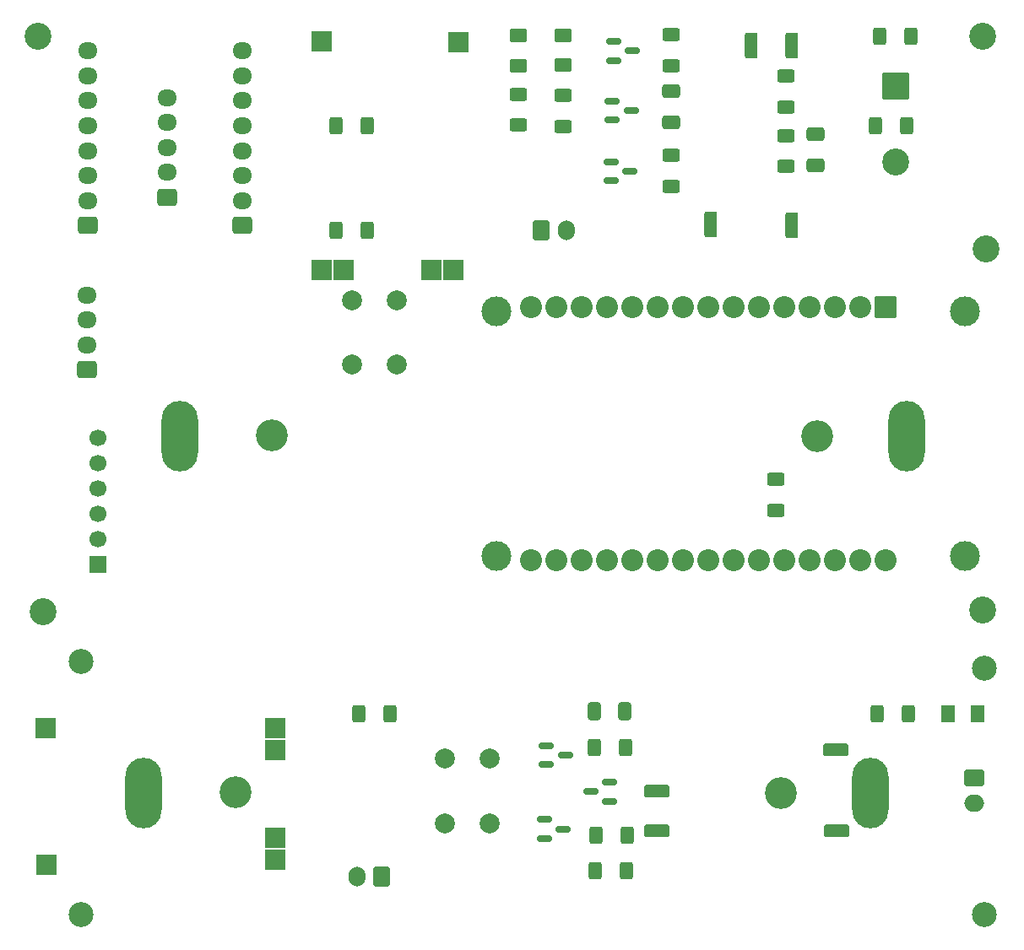
<source format=gbr>
%TF.GenerationSoftware,KiCad,Pcbnew,9.0.7*%
%TF.CreationDate,2026-02-15T13:03:06+01:00*%
%TF.ProjectId,handheldAerosolSensor,68616e64-6865-46c6-9441-65726f736f6c,Rev. 1.0*%
%TF.SameCoordinates,Original*%
%TF.FileFunction,Soldermask,Top*%
%TF.FilePolarity,Negative*%
%FSLAX46Y46*%
G04 Gerber Fmt 4.6, Leading zero omitted, Abs format (unit mm)*
G04 Created by KiCad (PCBNEW 9.0.7) date 2026-02-15 13:03:06*
%MOMM*%
%LPD*%
G01*
G04 APERTURE LIST*
G04 Aperture macros list*
%AMRoundRect*
0 Rectangle with rounded corners*
0 $1 Rounding radius*
0 $2 $3 $4 $5 $6 $7 $8 $9 X,Y pos of 4 corners*
0 Add a 4 corners polygon primitive as box body*
4,1,4,$2,$3,$4,$5,$6,$7,$8,$9,$2,$3,0*
0 Add four circle primitives for the rounded corners*
1,1,$1+$1,$2,$3*
1,1,$1+$1,$4,$5*
1,1,$1+$1,$6,$7*
1,1,$1+$1,$8,$9*
0 Add four rect primitives between the rounded corners*
20,1,$1+$1,$2,$3,$4,$5,0*
20,1,$1+$1,$4,$5,$6,$7,0*
20,1,$1+$1,$6,$7,$8,$9,0*
20,1,$1+$1,$8,$9,$2,$3,0*%
G04 Aperture macros list end*
%ADD10RoundRect,0.250000X-0.400000X-0.625000X0.400000X-0.625000X0.400000X0.625000X-0.400000X0.625000X0*%
%ADD11RoundRect,0.250001X0.462499X0.624999X-0.462499X0.624999X-0.462499X-0.624999X0.462499X-0.624999X0*%
%ADD12RoundRect,0.250000X0.400000X0.625000X-0.400000X0.625000X-0.400000X-0.625000X0.400000X-0.625000X0*%
%ADD13RoundRect,0.150000X-0.587500X-0.150000X0.587500X-0.150000X0.587500X0.150000X-0.587500X0.150000X0*%
%ADD14C,2.500000*%
%ADD15RoundRect,0.250000X0.625000X-0.400000X0.625000X0.400000X-0.625000X0.400000X-0.625000X-0.400000X0*%
%ADD16C,2.700000*%
%ADD17RoundRect,0.250000X0.725000X-0.600000X0.725000X0.600000X-0.725000X0.600000X-0.725000X-0.600000X0*%
%ADD18O,1.950000X1.700000*%
%ADD19C,2.000000*%
%ADD20RoundRect,0.250000X0.650000X-0.412500X0.650000X0.412500X-0.650000X0.412500X-0.650000X-0.412500X0*%
%ADD21RoundRect,0.250000X-0.750000X0.600000X-0.750000X-0.600000X0.750000X-0.600000X0.750000X0.600000X0*%
%ADD22O,2.000000X1.700000*%
%ADD23RoundRect,0.250000X0.600000X0.750000X-0.600000X0.750000X-0.600000X-0.750000X0.600000X-0.750000X0*%
%ADD24O,1.700000X2.000000*%
%ADD25RoundRect,0.190500X-1.079500X-0.444500X1.079500X-0.444500X1.079500X0.444500X-1.079500X0.444500X0*%
%ADD26RoundRect,0.250001X0.624999X-0.462499X0.624999X0.462499X-0.624999X0.462499X-0.624999X-0.462499X0*%
%ADD27C,3.000000*%
%ADD28RoundRect,0.102000X-1.000000X1.000000X-1.000000X-1.000000X1.000000X-1.000000X1.000000X1.000000X0*%
%ADD29C,2.204000*%
%ADD30R,2.000000X2.000000*%
%ADD31R,1.700000X1.700000*%
%ADD32C,1.700000*%
%ADD33RoundRect,0.250000X-0.600000X-0.750000X0.600000X-0.750000X0.600000X0.750000X-0.600000X0.750000X0*%
%ADD34RoundRect,0.250000X-0.625000X0.400000X-0.625000X-0.400000X0.625000X-0.400000X0.625000X0.400000X0*%
%ADD35RoundRect,0.250000X-0.412500X-0.650000X0.412500X-0.650000X0.412500X0.650000X-0.412500X0.650000X0*%
%ADD36RoundRect,0.250000X-0.650000X0.412500X-0.650000X-0.412500X0.650000X-0.412500X0.650000X0.412500X0*%
%ADD37RoundRect,0.150000X0.587500X0.150000X-0.587500X0.150000X-0.587500X-0.150000X0.587500X-0.150000X0*%
%ADD38RoundRect,0.190500X-0.444500X1.079500X-0.444500X-1.079500X0.444500X-1.079500X0.444500X1.079500X0*%
%ADD39C,2.704000*%
%ADD40RoundRect,0.102000X-1.250000X1.250000X-1.250000X-1.250000X1.250000X-1.250000X1.250000X1.250000X0*%
%ADD41C,3.200000*%
%ADD42O,3.644000X7.084000*%
G04 APERTURE END LIST*
D10*
%TO.C,R205*%
X161700000Y-115600000D03*
X164800000Y-115600000D03*
%TD*%
%TO.C,R204*%
X213700000Y-115600000D03*
X216800000Y-115600000D03*
%TD*%
D11*
%TO.C,D201*%
X223775000Y-115600000D03*
X220800000Y-115600000D03*
%TD*%
D12*
%TO.C,R6*%
X216600000Y-56600000D03*
X213500000Y-56600000D03*
%TD*%
D13*
%TO.C,Q2*%
X187125000Y-54150000D03*
X187125000Y-56050000D03*
X189000000Y-55100000D03*
%TD*%
D14*
%TO.C,H201*%
X133800000Y-110400000D03*
%TD*%
D15*
%TO.C,R3*%
X182175000Y-56650000D03*
X182175000Y-53550000D03*
%TD*%
D16*
%TO.C,H5*%
X224600000Y-69000000D03*
%TD*%
D17*
%TO.C,J2*%
X134500000Y-66600000D03*
D18*
X134500000Y-64100000D03*
X134500000Y-61600000D03*
X134500000Y-59100000D03*
X134500000Y-56600000D03*
X134500000Y-54100000D03*
X134500000Y-51600000D03*
X134500000Y-49100000D03*
%TD*%
D19*
%TO.C,SW201*%
X174800000Y-120085786D03*
X174800000Y-126585786D03*
X170300000Y-120085786D03*
X170300000Y-126585786D03*
%TD*%
%TO.C,SW1*%
X161000000Y-80600000D03*
X161000000Y-74100000D03*
X165500000Y-80600000D03*
X165500000Y-74100000D03*
%TD*%
D10*
%TO.C,R11*%
X159400000Y-67100000D03*
X162500000Y-67100000D03*
%TD*%
D17*
%TO.C,J6*%
X150000000Y-66600000D03*
D18*
X150000000Y-64100000D03*
X150000000Y-61600000D03*
X150000000Y-59100000D03*
X150000000Y-56600000D03*
X150000000Y-54100000D03*
X150000000Y-51600000D03*
X150000000Y-49100000D03*
%TD*%
D14*
%TO.C,H202*%
X224400000Y-111000000D03*
%TD*%
D20*
%TO.C,C1*%
X193000000Y-56275000D03*
X193000000Y-53150000D03*
%TD*%
D12*
%TO.C,R203*%
X188500000Y-131385786D03*
X185400000Y-131385786D03*
%TD*%
D21*
%TO.C,J201*%
X223400000Y-122085786D03*
D22*
X223400000Y-124585786D03*
%TD*%
D23*
%TO.C,J202*%
X164000000Y-131985786D03*
D24*
X161500000Y-131985786D03*
%TD*%
D15*
%TO.C,R9*%
X193000000Y-62700000D03*
X193000000Y-59600000D03*
%TD*%
D13*
%TO.C,Q1*%
X187250000Y-48150000D03*
X187250000Y-50050000D03*
X189125000Y-49100000D03*
%TD*%
D25*
%TO.C,U202*%
X191600000Y-123385786D03*
X191600000Y-127385786D03*
X209600000Y-127385786D03*
X209500000Y-119285786D03*
%TD*%
D13*
%TO.C,Q202*%
X180325000Y-126235786D03*
X180325000Y-128135786D03*
X182200000Y-127185786D03*
%TD*%
D14*
%TO.C,H203*%
X224400000Y-135800000D03*
%TD*%
D15*
%TO.C,R1*%
X193000000Y-50550000D03*
X193000000Y-47450000D03*
%TD*%
D26*
%TO.C,D1*%
X182175000Y-50537500D03*
X182175000Y-47562500D03*
%TD*%
D16*
%TO.C,H4*%
X130000000Y-105400000D03*
%TD*%
D17*
%TO.C,J1*%
X134425000Y-81100000D03*
D18*
X134425000Y-78600000D03*
X134425000Y-76100000D03*
X134425000Y-73600000D03*
%TD*%
D27*
%TO.C,U3*%
X222450000Y-75260000D03*
X175500000Y-75260000D03*
X222450000Y-99770000D03*
X175500000Y-99770000D03*
D28*
X214490000Y-74840000D03*
D29*
X211950000Y-74840000D03*
X209410000Y-74840000D03*
X206870000Y-74840000D03*
X204330000Y-74840000D03*
X201790000Y-74840000D03*
X199250000Y-74840000D03*
X196710000Y-74840000D03*
X194170000Y-74840000D03*
X191630000Y-74840000D03*
X189090000Y-74840000D03*
X186550000Y-74840000D03*
X184010000Y-74840000D03*
X181470000Y-74840000D03*
X178930000Y-74840000D03*
X178930000Y-100240000D03*
X181470000Y-100240000D03*
X184010000Y-100240000D03*
X186550000Y-100240000D03*
X189090000Y-100240000D03*
X191630000Y-100240000D03*
X194170000Y-100240000D03*
X196710000Y-100240000D03*
X199250000Y-100240000D03*
X201790000Y-100240000D03*
X204330000Y-100240000D03*
X206870000Y-100240000D03*
X209410000Y-100240000D03*
X211950000Y-100240000D03*
X214490000Y-100240000D03*
%TD*%
D26*
%TO.C,D2*%
X177675000Y-50550000D03*
X177675000Y-47575000D03*
%TD*%
D30*
%TO.C,U201*%
X153300000Y-130285786D03*
X153300000Y-128085786D03*
X153300000Y-119285786D03*
X153300000Y-117085786D03*
X130300000Y-117085786D03*
X130400000Y-130785786D03*
%TD*%
D10*
%TO.C,R10*%
X159400000Y-56600000D03*
X162500000Y-56600000D03*
%TD*%
D31*
%TO.C,J4*%
X135500000Y-100600000D03*
D32*
X135500000Y-98060000D03*
X135500000Y-95520000D03*
X135500000Y-92980000D03*
X135500000Y-90440000D03*
X135500000Y-87900000D03*
%TD*%
D33*
%TO.C,J5*%
X180000000Y-67100000D03*
D24*
X182500000Y-67100000D03*
%TD*%
D10*
%TO.C,R8*%
X213950000Y-47600000D03*
X217050000Y-47600000D03*
%TD*%
D34*
%TO.C,R5*%
X204500000Y-57600000D03*
X204500000Y-60700000D03*
%TD*%
D35*
%TO.C,C201*%
X185275000Y-115385786D03*
X188400000Y-115385786D03*
%TD*%
D10*
%TO.C,R201*%
X185500000Y-127785786D03*
X188600000Y-127785786D03*
%TD*%
%TO.C,R202*%
X185337500Y-118985786D03*
X188437500Y-118985786D03*
%TD*%
D36*
%TO.C,C2*%
X207500000Y-57475000D03*
X207500000Y-60600000D03*
%TD*%
D13*
%TO.C,Q3*%
X187000000Y-60200000D03*
X187000000Y-62100000D03*
X188875000Y-61150000D03*
%TD*%
D15*
%TO.C,R7*%
X203500000Y-95200000D03*
X203500000Y-92100000D03*
%TD*%
D16*
%TO.C,H2*%
X224250000Y-47600000D03*
%TD*%
%TO.C,H3*%
X224250000Y-105200000D03*
%TD*%
D14*
%TO.C,H204*%
X133800000Y-135800000D03*
%TD*%
D34*
%TO.C,R2*%
X177675000Y-53450000D03*
X177675000Y-56550000D03*
%TD*%
D13*
%TO.C,Q203*%
X180525000Y-118835786D03*
X180525000Y-120735786D03*
X182400000Y-119785786D03*
%TD*%
D37*
%TO.C,Q201*%
X186837500Y-124385786D03*
X186837500Y-122485786D03*
X184962500Y-123435786D03*
%TD*%
D16*
%TO.C,H1*%
X129500000Y-47600000D03*
%TD*%
D34*
%TO.C,R4*%
X204500000Y-51600000D03*
X204500000Y-54700000D03*
%TD*%
D17*
%TO.C,J3*%
X142500000Y-63775000D03*
D18*
X142500000Y-61275000D03*
X142500000Y-58775000D03*
X142500000Y-56275000D03*
X142500000Y-53775000D03*
%TD*%
D38*
%TO.C,U2*%
X201100000Y-48600000D03*
X205100000Y-48600000D03*
X205100000Y-66600000D03*
X197000000Y-66500000D03*
%TD*%
D39*
%TO.C,LS1*%
X215500000Y-60200000D03*
D40*
X215500000Y-52600000D03*
%TD*%
D41*
%TO.C,BT1*%
X207700000Y-87750000D03*
X153000000Y-87650000D03*
D42*
X216650000Y-87750000D03*
X143750000Y-87750000D03*
%TD*%
D41*
%TO.C,BT201*%
X204050000Y-123585786D03*
X149350000Y-123485786D03*
D42*
X213000000Y-123585786D03*
X140100000Y-123585786D03*
%TD*%
D30*
%TO.C,U1*%
X171200000Y-71100000D03*
X169000000Y-71100000D03*
X160200000Y-71100000D03*
X158000000Y-71100000D03*
X158000000Y-48100000D03*
X171700000Y-48200000D03*
%TD*%
M02*

</source>
